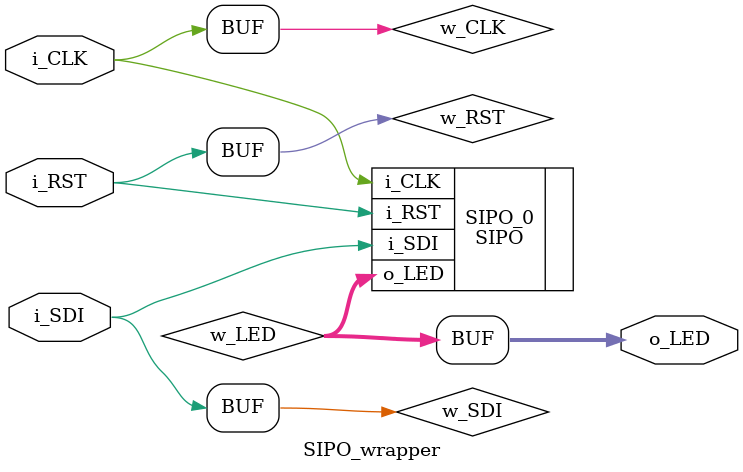
<source format=v>
`timescale 1ns / 1ps


module SIPO_wrapper(
    input i_SDI,
    input i_RST,
    input i_CLK,
    output [7:0] o_LED
    );
    
    wire w_CLK;
    wire w_RST;
    wire w_SDI;
    wire [7:0] w_LED;
    
     assign w_CLK = i_CLK;
     assign w_RST = i_RST;
     assign w_SDI = i_SDI;
     assign o_LED = w_LED;
     
     SIPO SIPO_0(
     .i_CLK(w_CLK),
     .i_SDI(w_SDI),
     .i_RST(w_RST),
     .o_LED(w_LED)
     );
endmodule

</source>
